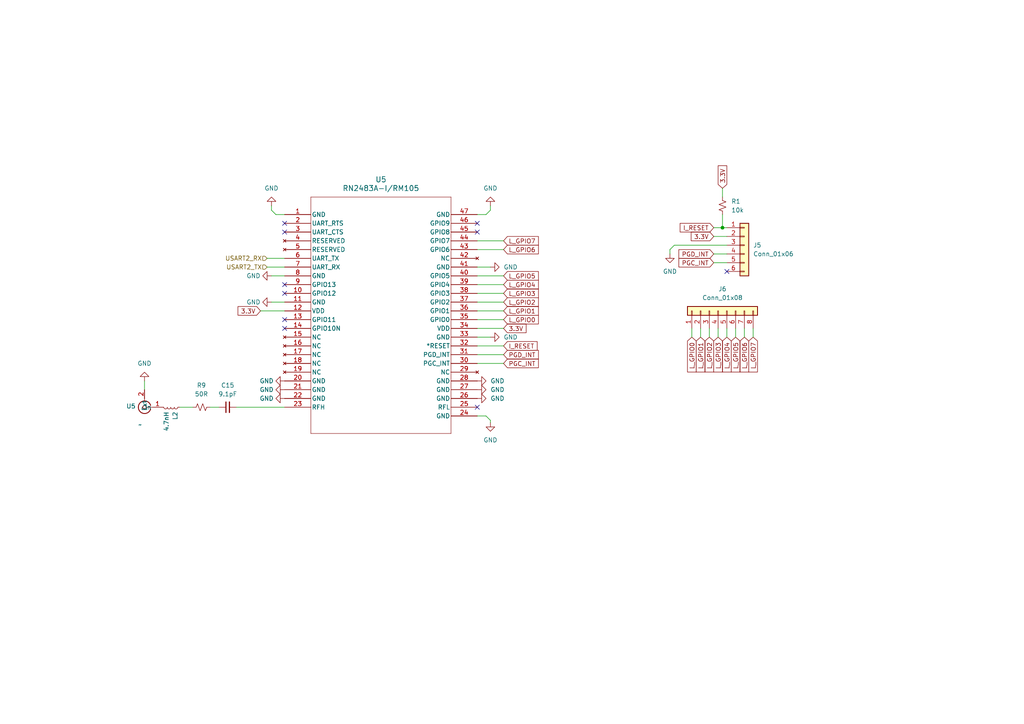
<source format=kicad_sch>
(kicad_sch (version 20230121) (generator eeschema)
  (paper "A4")
  (lib_symbols
    (symbol "Connector_Generic:Conn_01x06" (pin_names (offset 1.016) hide)
      (property "Reference" "J" (at 0 7.62 0))
      (property "Value" "Conn_01x06" (at 0 -10.16 0))
      (symbol "Conn_01x06_1_1"
        (rectangle (start -1.27 -7.493) (end 0 -7.747) (stroke (width 0.1524)))
        (rectangle (start -1.27 -4.953) (end 0 -5.207) (stroke (width 0.1524)))
        (rectangle (start -1.27 -2.413) (end 0 -2.667) (stroke (width 0.1524)))
        (rectangle (start -1.27 0.127) (end 0 -0.127) (stroke (width 0.1524)))
        (rectangle (start -1.27 2.667) (end 0 2.413) (stroke (width 0.1524)))
        (rectangle (start -1.27 5.207) (end 0 4.953) (stroke (width 0.1524)))
        (rectangle (start -1.27 6.35) (end 1.27 -8.89) (stroke (width 0.254)) (fill (type background)))
        (pin passive line (at -5.08 5.08 0) (length 3.81) (name "Pin_1") (number "1"))
        (pin passive line (at -5.08 2.54 0) (length 3.81) (name "Pin_2") (number "2"))
        (pin passive line (at -5.08 0 0) (length 3.81) (name "Pin_3") (number "3"))
        (pin passive line (at -5.08 -2.54 0) (length 3.81) (name "Pin_4") (number "4"))
        (pin passive line (at -5.08 -5.08 0) (length 3.81) (name "Pin_5") (number "5"))
        (pin passive line (at -5.08 -7.62 0) (length 3.81) (name "Pin_6") (number "6"))
      )
    )
    (symbol "Connector_Generic:Conn_01x08" (pin_names (offset 1.016) hide)
      (property "Reference" "J" (at 0 10.16 0))
      (property "Value" "Conn_01x08" (at 0 -12.7 0))
      (symbol "Conn_01x08_1_1"
        (rectangle (start -1.27 -10.033) (end 0 -10.287) (stroke (width 0.1524)))
        (rectangle (start -1.27 -7.493) (end 0 -7.747) (stroke (width 0.1524)))
        (rectangle (start -1.27 -4.953) (end 0 -5.207) (stroke (width 0.1524)))
        (rectangle (start -1.27 -2.413) (end 0 -2.667) (stroke (width 0.1524)))
        (rectangle (start -1.27 0.127) (end 0 -0.127) (stroke (width 0.1524)))
        (rectangle (start -1.27 2.667) (end 0 2.413) (stroke (width 0.1524)))
        (rectangle (start -1.27 5.207) (end 0 4.953) (stroke (width 0.1524)))
        (rectangle (start -1.27 7.747) (end 0 7.493) (stroke (width 0.1524)))
        (rectangle (start -1.27 8.89) (end 1.27 -11.43) (stroke (width 0.254)) (fill (type background)))
        (pin passive line (at -5.08 7.62 0) (length 3.81) (name "Pin_1") (number "1"))
        (pin passive line (at -5.08 5.08 0) (length 3.81) (name "Pin_2") (number "2"))
        (pin passive line (at -5.08 2.54 0) (length 3.81) (name "Pin_3") (number "3"))
        (pin passive line (at -5.08 0 0) (length 3.81) (name "Pin_4") (number "4"))
        (pin passive line (at -5.08 -2.54 0) (length 3.81) (name "Pin_5") (number "5"))
        (pin passive line (at -5.08 -5.08 0) (length 3.81) (name "Pin_6") (number "6"))
        (pin passive line (at -5.08 -7.62 0) (length 3.81) (name "Pin_7") (number "7"))
        (pin passive line (at -5.08 -10.16 0) (length 3.81) (name "Pin_8") (number "8"))
      )
    )
    (symbol "Device:C_Small" (pin_numbers hide) (pin_names (offset 0.254) hide)
      (property "Reference" "C" (at 0.254 1.778 0))
      (property "Value" "C_Small" (at 0.254 -2.032 0))
      (symbol "C_Small_0_1"
        (polyline (pts (xy -1.524 -0.508) (xy 1.524 -0.508)) (stroke (width 0.3302)))
        (polyline (pts (xy -1.524 0.508) (xy 1.524 0.508)) (stroke (width 0.3048)))
      )
      (symbol "C_Small_1_1"
        (pin passive line (at 0 2.54 270) (length 2.032) (name "~") (number "1"))
        (pin passive line (at 0 -2.54 90) (length 2.032) (name "~") (number "2"))
      )
    )
    (symbol "Device:L_Small" (pin_numbers hide) (pin_names (offset 0.254) hide)
      (property "Reference" "L" (at 0.762 1.016 0))
      (property "Value" "L_Small" (at 0.762 -1.016 0))
      (symbol "L_Small_0_1"
        (arc (start 0 -2.032) (mid 0.5058 -1.524) (end 0 -1.016))
        (arc (start 0 -1.016) (mid 0.5058 -0.508) (end 0 0))
        (arc (start 0 0) (mid 0.5058 0.508) (end 0 1.016))
        (arc (start 0 1.016) (mid 0.5058 1.524) (end 0 2.032))
      )
      (symbol "L_Small_1_1"
        (pin passive line (at 0 2.54 270) (length 0.508) (name "~") (number "1"))
        (pin passive line (at 0 -2.54 90) (length 0.508) (name "~") (number "2"))
      )
    )
    (symbol "Device:R_Small_US" (pin_numbers hide) (pin_names (offset 0.254) hide)
      (property "Reference" "R" (at 0.762 0.508 0))
      (property "Value" "R_Small_US" (at 0.762 -1.016 0))
      (symbol "R_Small_US_1_1"
        (polyline (pts (xy 0 0) (xy 1.016 -0.381) (xy 0 -0.762) (xy -1.016 -1.143) (xy 0 -1.524)))
        (polyline (pts (xy 0 1.524) (xy 1.016 1.143) (xy 0 0.762) (xy -1.016 0.381) (xy 0 0)))
        (pin passive line (at 0 2.54 270) (length 1.016) (name "~") (number "1"))
        (pin passive line (at 0 -2.54 90) (length 1.016) (name "~") (number "2"))
      )
    )
    (symbol "RN2483A-I/RM105:RN2483A-I_RM105" (pin_names (offset 0.254))
      (property "Reference" "U" (at 27.94 10.16 0))
      (property "Value" "RN2483A-I/RM105" (at 27.94 7.62 0))
      (symbol "RN2483A-I_RM105_0_1"
        (polyline (pts (xy 7.62 -63.5) (xy 48.26 -63.5)) (stroke (width 0.127)))
        (polyline (pts (xy 7.62 5.08) (xy 7.62 -63.5)) (stroke (width 0.127)))
        (polyline (pts (xy 48.26 -63.5) (xy 48.26 5.08)) (stroke (width 0.127)))
        (polyline (pts (xy 48.26 5.08) (xy 7.62 5.08)) (stroke (width 0.127)))
        (pin power_out line (at 0 0 0) (length 7.62) (name "GND") (number "1"))
        (pin bidirectional line (at 0 -22.86 0) (length 7.62) (name "GPIO12") (number "10"))
        (pin power_out line (at 0 -25.4 0) (length 7.62) (name "GND") (number "11"))
        (pin power_in line (at 0 -27.94 0) (length 7.62) (name "VDD") (number "12"))
        (pin bidirectional line (at 0 -30.48 0) (length 7.62) (name "GPIO11") (number "13"))
        (pin bidirectional line (at 0 -33.02 0) (length 7.62) (name "GPIO10N") (number "14"))
        (pin no_connect line (at 0 -35.56 0) (length 7.62) (name "NC") (number "15"))
        (pin no_connect line (at 0 -38.1 0) (length 7.62) (name "NC") (number "16"))
        (pin no_connect line (at 0 -40.64 0) (length 7.62) (name "NC") (number "17"))
        (pin no_connect line (at 0 -43.18 0) (length 7.62) (name "NC") (number "18"))
        (pin no_connect line (at 0 -45.72 0) (length 7.62) (name "NC") (number "19"))
        (pin output line (at 0 -2.54 0) (length 7.62) (name "UART_RTS") (number "2"))
        (pin power_out line (at 0 -48.26 0) (length 7.62) (name "GND") (number "20"))
        (pin power_out line (at 0 -50.8 0) (length 7.62) (name "GND") (number "21"))
        (pin power_out line (at 0 -53.34 0) (length 7.62) (name "GND") (number "22"))
        (pin unspecified line (at 0 -55.88 0) (length 7.62) (name "RFH") (number "23"))
        (pin power_out line (at 55.88 -58.42 180) (length 7.62) (name "GND") (number "24"))
        (pin unspecified line (at 55.88 -55.88 180) (length 7.62) (name "RFL") (number "25"))
        (pin power_out line (at 55.88 -53.34 180) (length 7.62) (name "GND") (number "26"))
        (pin power_out line (at 55.88 -50.8 180) (length 7.62) (name "GND") (number "27"))
        (pin power_out line (at 55.88 -48.26 180) (length 7.62) (name "GND") (number "28"))
        (pin no_connect line (at 55.88 -45.72 180) (length 7.62) (name "NC") (number "29"))
        (pin input line (at 0 -5.08 0) (length 7.62) (name "UART_CTS") (number "3"))
        (pin bidirectional line (at 55.88 -43.18 180) (length 7.62) (name "PGC_INT") (number "30"))
        (pin bidirectional line (at 55.88 -40.64 180) (length 7.62) (name "PGD_INT") (number "31"))
        (pin input line (at 55.88 -38.1 180) (length 7.62) (name "*RESET") (number "32"))
        (pin power_out line (at 55.88 -35.56 180) (length 7.62) (name "GND") (number "33"))
        (pin power_in line (at 55.88 -33.02 180) (length 7.62) (name "VDD") (number "34"))
        (pin bidirectional line (at 55.88 -30.48 180) (length 7.62) (name "GPIO0") (number "35"))
        (pin bidirectional line (at 55.88 -27.94 180) (length 7.62) (name "GPIO1") (number "36"))
        (pin bidirectional line (at 55.88 -25.4 180) (length 7.62) (name "GPIO2") (number "37"))
        (pin bidirectional line (at 55.88 -22.86 180) (length 7.62) (name "GPIO3") (number "38"))
        (pin bidirectional line (at 55.88 -20.32 180) (length 7.62) (name "GPIO4") (number "39"))
        (pin no_connect line (at 0 -7.62 0) (length 7.62) (name "RESERVED") (number "4"))
        (pin bidirectional line (at 55.88 -17.78 180) (length 7.62) (name "GPIO5") (number "40"))
        (pin power_out line (at 55.88 -15.24 180) (length 7.62) (name "GND") (number "41"))
        (pin no_connect line (at 55.88 -12.7 180) (length 7.62) (name "NC") (number "42"))
        (pin bidirectional line (at 55.88 -10.16 180) (length 7.62) (name "GPIO6") (number "43"))
        (pin bidirectional line (at 55.88 -7.62 180) (length 7.62) (name "GPIO7") (number "44"))
        (pin bidirectional line (at 55.88 -5.08 180) (length 7.62) (name "GPIO8") (number "45"))
        (pin bidirectional line (at 55.88 -2.54 180) (length 7.62) (name "GPIO9") (number "46"))
        (pin power_out line (at 55.88 0 180) (length 7.62) (name "GND") (number "47"))
        (pin no_connect line (at 0 -10.16 0) (length 7.62) (name "RESERVED") (number "5"))
        (pin output line (at 0 -12.7 0) (length 7.62) (name "UART_TX") (number "6"))
        (pin input line (at 0 -15.24 0) (length 7.62) (name "UART_RX") (number "7"))
        (pin power_out line (at 0 -17.78 0) (length 7.62) (name "GND") (number "8"))
        (pin bidirectional line (at 0 -20.32 0) (length 7.62) (name "GPIO13") (number "9"))
      )
    )
    (symbol "_F_Lib:CONSMA001-SMD_"
      (property "Reference" "U" (at 0 3.81 0))
      (symbol "CONSMA001-SMD__0_1"
        (arc (start -1.778 -0.508) (mid 0.2311 -1.8066) (end 1.778 0) (stroke (width 0.254)))
        (polyline (pts (xy -2.54 0) (xy -0.508 0)))
        (polyline (pts (xy 0 -2.54) (xy 0 -1.778)))
        (circle (center 0 0) (radius 0.508) (stroke (width 0.2032)))
        (arc (start 1.778 0) (mid 0.2099 1.8101) (end -1.778 0.508) (stroke (width 0.254)))
      )
      (symbol "CONSMA001-SMD__1_1"
        (pin passive line (at -5.08 0 0) (length 2.54) (name "In") (number "1"))
        (pin passive line (at 0 -5.08 90) (length 2.54) (name "Ext") (number "2"))
      )
    )
    (symbol "power:GND" (power) (pin_names (offset 0))
      (property "Value" "GND" (at 0 -3.81 0))
      (symbol "GND_0_1"
        (polyline (pts (xy 0 0) (xy 0 -1.27) (xy 1.27 -1.27) (xy 0 -2.54) (xy -1.27 -1.27) (xy 0 -1.27)))
      )
      (symbol "GND_1_1"
        (pin power_in line (at 0 0 270) (length 0) hide (name "GND") (number "1"))
      )
    )
  )
  (junction (at 209.55 66.04))
  (no_connect (at 82.55 64.77))
  (no_connect (at 82.55 82.55))
  (no_connect (at 82.55 67.31))
  (no_connect (at 82.55 85.09))
  (no_connect (at 138.43 64.77))
  (no_connect (at 138.43 67.31))
  (no_connect (at 138.43 118.11))
  (no_connect (at 82.55 95.25))
  (no_connect (at 82.55 92.71))
  (no_connect (at 210.82 78.74))
  (wire (pts (xy 138.43 72.39) (xy 146.05 72.39)))
  (wire (pts (xy 205.74 95.25) (xy 205.74 97.79)))
  (wire (pts (xy 213.36 95.25) (xy 213.36 97.79)))
  (wire (pts (xy 138.43 120.65) (xy 140.97 120.65)))
  (wire (pts (xy 138.43 90.17) (xy 146.05 90.17)))
  (wire (pts (xy 75.565 90.17) (xy 82.55 90.17)))
  (wire (pts (xy 218.44 95.25) (xy 218.44 97.79)))
  (wire (pts (xy 138.43 97.79) (xy 142.24 97.79)))
  (wire (pts (xy 41.91 113.03) (xy 41.91 110.49)))
  (wire (pts (xy 52.07 118.11) (xy 55.88 118.11)))
  (wire (pts (xy 215.9 95.25) (xy 215.9 97.79)))
  (wire (pts (xy 194.31 72.39) (xy 194.31 73.66)))
  (wire (pts (xy 138.43 77.47) (xy 142.24 77.47)))
  (wire (pts (xy 138.43 95.25) (xy 146.05 95.25)))
  (wire (pts (xy 138.43 87.63) (xy 146.05 87.63)))
  (wire (pts (xy 78.74 80.01) (xy 82.55 80.01)))
  (wire (pts (xy 208.28 95.25) (xy 208.28 97.79)))
  (wire (pts (xy 78.74 59.69) (xy 78.74 60.96)))
  (wire (pts (xy 138.43 69.85) (xy 146.05 69.85)))
  (wire (pts (xy 77.47 77.47) (xy 82.55 77.47)))
  (wire (pts (xy 138.43 102.87) (xy 146.05 102.87)))
  (wire (pts (xy 138.43 100.33) (xy 146.05 100.33)))
  (wire (pts (xy 200.66 95.25) (xy 200.66 97.79)))
  (wire (pts (xy 77.47 74.93) (xy 82.55 74.93)))
  (wire (pts (xy 209.55 62.23) (xy 209.55 66.04)))
  (wire (pts (xy 203.2 95.25) (xy 203.2 97.79)))
  (wire (pts (xy 138.43 105.41) (xy 146.05 105.41)))
  (wire (pts (xy 209.55 54.61) (xy 209.55 57.15)))
  (wire (pts (xy 78.74 87.63) (xy 82.55 87.63)))
  (wire (pts (xy 209.55 66.04) (xy 210.82 66.04)))
  (wire (pts (xy 210.82 95.25) (xy 210.82 97.79)))
  (wire (pts (xy 207.01 76.2) (xy 210.82 76.2)))
  (wire (pts (xy 138.43 92.71) (xy 146.05 92.71)))
  (wire (pts (xy 195.58 71.12) (xy 210.82 71.12)))
  (wire (pts (xy 138.43 62.23) (xy 140.97 62.23)))
  (wire (pts (xy 207.01 66.04) (xy 209.55 66.04)))
  (wire (pts (xy 80.01 62.23) (xy 78.74 60.96)))
  (wire (pts (xy 194.31 72.39) (xy 195.58 71.12)))
  (wire (pts (xy 142.24 59.69) (xy 142.24 60.96)))
  (wire (pts (xy 138.43 82.55) (xy 146.05 82.55)))
  (wire (pts (xy 140.97 120.65) (xy 142.24 121.92)))
  (wire (pts (xy 138.43 80.01) (xy 146.05 80.01)))
  (wire (pts (xy 138.43 85.09) (xy 146.05 85.09)))
  (wire (pts (xy 80.01 62.23) (xy 82.55 62.23)))
  (wire (pts (xy 142.24 121.92) (xy 142.24 122.555)))
  (wire (pts (xy 207.01 68.58) (xy 210.82 68.58)))
  (wire (pts (xy 140.97 62.23) (xy 142.24 60.96)))
  (wire (pts (xy 60.96 118.11) (xy 63.5 118.11)))
  (wire (pts (xy 207.01 73.66) (xy 210.82 73.66)))
  (wire (pts (xy 68.58 118.11) (xy 82.55 118.11)))
  (global_label "L_GPIO7" (shape input) (at 218.44 97.79 270) (property "Intersheetrefs" "${INTERSHEET_REFS}" (effects hide)))
  (global_label "PGD_INT" (shape input) (at 207.01 73.66 180) (property "Intersheetrefs" "${INTERSHEET_REFS}" (effects hide)))
  (global_label "L_GPIO4" (shape input) (at 210.82 97.79 270) (property "Intersheetrefs" "${INTERSHEET_REFS}" (effects hide)))
  (global_label "L_GPIO3" (shape input) (at 146.05 85.09 0) (property "Intersheetrefs" "${INTERSHEET_REFS}" (effects hide)))
  (global_label "L_GPIO5" (shape input) (at 146.05 80.01 0) (property "Intersheetrefs" "${INTERSHEET_REFS}" (effects hide)))
  (global_label "L_GPIO1" (shape input) (at 203.2 97.79 270) (property "Intersheetrefs" "${INTERSHEET_REFS}" (effects hide)))
  (global_label "L_GPIO0" (shape input) (at 146.05 92.71 0) (property "Intersheetrefs" "${INTERSHEET_REFS}" (effects hide)))
  (global_label "L_GPIO0" (shape input) (at 200.66 97.79 270) (property "Intersheetrefs" "${INTERSHEET_REFS}" (effects hide)))
  (global_label "PGC_INT" (shape input) (at 207.01 76.2 180) (property "Intersheetrefs" "${INTERSHEET_REFS}" (effects hide)))
  (global_label "L_GPIO3" (shape input) (at 208.28 97.79 270) (property "Intersheetrefs" "${INTERSHEET_REFS}" (effects hide)))
  (global_label "L_GPIO6" (shape input) (at 146.05 72.39 0) (property "Intersheetrefs" "${INTERSHEET_REFS}" (effects hide)))
  (global_label "L_GPIO7" (shape input) (at 146.05 69.85 0) (property "Intersheetrefs" "${INTERSHEET_REFS}" (effects hide)))
  (global_label "I_RESET" (shape input) (at 207.01 66.04 180) (property "Intersheetrefs" "${INTERSHEET_REFS}" (effects hide)))
  (global_label "3.3V" (shape input) (at 207.01 68.58 180) (property "Intersheetrefs" "${INTERSHEET_REFS}" (effects hide)))
  (global_label "L_GPIO5" (shape input) (at 213.36 97.79 270) (property "Intersheetrefs" "${INTERSHEET_REFS}" (effects hide)))
  (global_label "3.3V" (shape input) (at 146.05 95.25 0) (property "Intersheetrefs" "${INTERSHEET_REFS}" (effects hide)))
  (global_label "PGD_INT" (shape input) (at 146.05 102.87 0) (property "Intersheetrefs" "${INTERSHEET_REFS}" (effects hide)))
  (global_label "3.3V" (shape input) (at 75.565 90.17 180) (property "Intersheetrefs" "${INTERSHEET_REFS}" (effects hide)))
  (global_label "L_GPIO2" (shape input) (at 146.05 87.63 0) (property "Intersheetrefs" "${INTERSHEET_REFS}" (effects hide)))
  (global_label "I_RESET" (shape input) (at 146.05 100.33 0) (property "Intersheetrefs" "${INTERSHEET_REFS}" (effects hide)))
  (global_label "L_GPIO1" (shape input) (at 146.05 90.17 0) (property "Intersheetrefs" "${INTERSHEET_REFS}" (effects hide)))
  (global_label "3.3V" (shape input) (at 209.55 54.61 90) (property "Intersheetrefs" "${INTERSHEET_REFS}" (effects hide)))
  (global_label "L_GPIO6" (shape input) (at 215.9 97.79 270) (property "Intersheetrefs" "${INTERSHEET_REFS}" (effects hide)))
  (global_label "L_GPIO4" (shape input) (at 146.05 82.55 0) (property "Intersheetrefs" "${INTERSHEET_REFS}" (effects hide)))
  (global_label "PGC_INT" (shape input) (at 146.05 105.41 0) (property "Intersheetrefs" "${INTERSHEET_REFS}" (effects hide)))
  (global_label "L_GPIO2" (shape input) (at 205.74 97.79 270) (property "Intersheetrefs" "${INTERSHEET_REFS}" (effects hide)))
  (hierarchical_label "USART2_RX" (shape input) (at 77.47 74.93 180))
  (hierarchical_label "USART2_TX" (shape input) (at 77.47 77.47 180))
  (symbol (lib_id "power:GND") (at 82.55 115.57 270) (unit 1)
    (property "Reference" "#PWR038" (effects hide))
    (property "Value" "GND" (at 79.375 115.57 90) (effects (justify right)))
    (instances (project "LoRa_MuPr-VAF4751" (path "" (reference "#PWR038") (unit 1))) (project "LoRa_MuPr-VAF4751_L" (path "" (reference "#PWR014") (unit 1))))
  )
  (symbol (lib_id "power:GND") (at 78.74 59.69 180) (unit 1)
    (property "Reference" "#PWR031" (effects hide))
    (property "Value" "GND" (at 78.74 54.61 0))
    (instances (project "LoRa_MuPr-VAF4751" (path "" (reference "#PWR031") (unit 1))) (project "LoRa_MuPr-VAF4751_L" (path "" (reference "#PWR03") (unit 1))))
  )
  (symbol (lib_id "power:GND") (at 138.43 113.03 90) (unit 1)
    (property "Reference" "#PWR035" (effects hide))
    (property "Value" "GND" (at 142.24 113.03 90) (effects (justify right)))
    (instances (project "LoRa_MuPr-VAF4751" (path "" (reference "#PWR035") (unit 1))) (project "LoRa_MuPr-VAF4751_L" (path "" (reference "#PWR013") (unit 1))))
  )
  (symbol (lib_id "Connector_Generic:Conn_01x08") (at 208.28 90.17 90) (unit 1)
    (property "Reference" "J6" (at 209.55 83.82 90))
    (property "Value" "Conn_01x08" (at 209.55 86.36 90))
    (property "Footprint" "Connector_PinHeader_1.27mm:PinHeader_1x08_P1.27mm_Vertical" (effects hide))
    (instances (project "LoRa_MuPr-VAF4751" (path "" (reference "J6") (unit 1))) (project "LoRa_MuPr-VAF4751_L" (path "" (reference "J1") (unit 1))))
  )
  (symbol (lib_id "power:GND") (at 41.91 110.49 180) (unit 1)
    (property "Reference" "#PWR033" (effects hide))
    (property "Value" "GND" (at 41.91 105.41 0))
    (instances (project "LoRa_MuPr-VAF4751" (path "" (reference "#PWR033") (unit 1))) (project "LoRa_MuPr-VAF4751_L" (path "" (reference "#PWR017") (unit 1))))
  )
  (symbol (lib_id "power:GND") (at 82.55 113.03 270) (unit 1)
    (property "Reference" "#PWR037" (effects hide))
    (property "Value" "GND" (at 79.375 113.03 90) (effects (justify right)))
    (instances (project "LoRa_MuPr-VAF4751" (path "" (reference "#PWR037") (unit 1))) (project "LoRa_MuPr-VAF4751_L" (path "" (reference "#PWR012") (unit 1))))
  )
  (symbol (lib_id "Device:R_Small_US") (at 58.42 118.11 270) (unit 1)
    (property "Reference" "R9" (at 58.42 111.76 90))
    (property "Value" "50R" (at 58.42 114.3 90))
    (property "Footprint" "Resistor_SMD:R_0603_1608Metric_Pad0.98x0.95mm_HandSolder" (effects hide))
  )
  (symbol (lib_id "Device:L_Small") (at 49.53 118.11 270) (unit 1)
    (property "Reference" "L2" (at 50.8 119.38 0) (effects (justify left)))
    (property "Value" "4.7nH" (at 48.26 119.38 0) (effects (justify left)))
    (property "Footprint" "Inductor_SMD:L_0603_1608Metric_Pad1.05x0.95mm_HandSolder" (effects hide))
  )
  (symbol (lib_id "Device:C_Small") (at 66.04 118.11 90) (unit 1)
    (property "Reference" "C15" (at 66.0463 111.76 90))
    (property "Value" "9.1pF" (at 66.0463 114.3 90))
    (property "Footprint" "Capacitor_SMD:C_0603_1608Metric_Pad1.08x0.95mm_HandSolder" (effects hide))
  )
  (symbol (lib_id "power:GND") (at 142.24 122.555 0) (unit 1)
    (property "Reference" "#PWR027" (effects hide))
    (property "Value" "GND" (at 142.24 127.635 0))
    (instances (project "LoRa_MuPr-VAF4751" (path "" (reference "#PWR027") (unit 1))) (project "LoRa_MuPr-VAF4751_L" (path "" (reference "#PWR016") (unit 1))))
  )
  (symbol (lib_id "_F_Lib:CONSMA001-SMD_") (at 41.91 118.11 180) (unit 1)
    (property "Reference" "U5" (at 39.37 117.8168 0) (effects (justify left)))
    (property "Value" "~" (at 40.64 123.19 0))
    (property "Footprint" "_F_Library:LINX_CONSMA001-SMD" (effects hide))
  )
  (symbol (lib_id "power:GND") (at 82.55 110.49 270) (unit 1)
    (property "Reference" "#PWR028" (effects hide))
    (property "Value" "GND" (at 79.375 110.49 90) (effects (justify right)))
    (instances (project "LoRa_MuPr-VAF4751" (path "" (reference "#PWR028") (unit 1))) (project "LoRa_MuPr-VAF4751_L" (path "" (reference "#PWR010") (unit 1))))
  )
  (symbol (lib_id "power:GND") (at 138.43 115.57 90) (unit 1)
    (property "Reference" "#PWR036" (effects hide))
    (property "Value" "GND" (at 142.24 115.57 90) (effects (justify right)))
    (instances (project "LoRa_MuPr-VAF4751" (path "" (reference "#PWR036") (unit 1))) (project "LoRa_MuPr-VAF4751_L" (path "" (reference "#PWR015") (unit 1))))
  )
  (symbol (lib_id "power:GND") (at 78.74 80.01 270) (unit 1)
    (property "Reference" "#PWR030" (effects hide))
    (property "Value" "GND" (at 75.565 80.01 90) (effects (justify right)))
    (instances (project "LoRa_MuPr-VAF4751" (path "" (reference "#PWR030") (unit 1))) (project "LoRa_MuPr-VAF4751_L" (path "" (reference "#PWR07") (unit 1))))
  )
  (symbol (lib_id "RN2483A-I/RM105:RN2483A-I_RM105") (at 82.55 62.23 0) (unit 1)
    (property "Reference" "U5" (at 110.49 52.07 0) (effects (font (size 1.524 1.524))))
    (property "Value" "RN2483A-I/RM105" (at 110.49 54.61 0) (effects (font (size 1.524 1.524))))
    (property "Footprint" "user_footprint:MICROCHIP_RN2483" (effects hide))
    (property "Datasheet" "RN2483A-I/RM105" (effects hide))
    (instances (project "LoRa_MuPr-VAF4751" (path "" (reference "U5") (unit 1))) (project "LoRa_MuPr-VAF4751_L" (path "" (reference "U3") (unit 1))))
  )
  (symbol (lib_id "power:GND") (at 78.74 87.63 270) (unit 1)
    (property "Reference" "#PWR029" (effects hide))
    (property "Value" "GND" (at 75.565 87.63 90) (effects (justify right)))
    (instances (project "LoRa_MuPr-VAF4751" (path "" (reference "#PWR029") (unit 1))) (project "LoRa_MuPr-VAF4751_L" (path "" (reference "#PWR08") (unit 1))))
  )
  (symbol (lib_id "Device:R_Small_US") (at 209.55 59.69 0) (unit 1)
    (property "Reference" "R1" (at 212.09 58.42 0) (effects (justify left)))
    (property "Value" "10k" (at 212.09 60.96 0) (effects (justify left)))
    (property "Footprint" "Resistor_SMD:R_0603_1608Metric_Pad0.98x0.95mm_HandSolder" (effects hide))
    (instances (project "LoRa_MuPr-VAF4751" (path "" (reference "R1") (unit 1)) (path "" (reference "R21") (unit 1))) (project "LoRa_MuPr-VAF4751_L" (path "" (reference "R2") (unit 1))))
  )
  (symbol (lib_id "Connector_Generic:Conn_01x06") (at 215.9 71.12 0) (unit 1)
    (property "Reference" "J5" (at 218.44 71.12 0) (effects (justify left)))
    (property "Value" "Conn_01x06" (at 218.44 73.66 0) (effects (justify left)))
    (property "Footprint" "Connector_PinHeader_2.00mm:PinHeader_1x06_P2.00mm_Vertical" (effects hide))
    (instances (project "LoRa_MuPr-VAF4751" (path "" (reference "J5") (unit 1))) (project "LoRa_MuPr-VAF4751_L" (path "" (reference "J2") (unit 1))))
  )
  (symbol (lib_id "power:GND") (at 142.24 77.47 90) (unit 1)
    (property "Reference" "#PWR025" (effects hide))
    (property "Value" "GND" (at 146.05 77.47 90) (effects (justify right)))
    (instances (project "LoRa_MuPr-VAF4751" (path "" (reference "#PWR025") (unit 1))) (project "LoRa_MuPr-VAF4751_L" (path "" (reference "#PWR06") (unit 1))))
  )
  (symbol (lib_id "power:GND") (at 194.31 73.66 0) (unit 1)
    (property "Reference" "#PWR032" (effects hide))
    (property "Value" "GND" (at 194.31 78.74 0))
    (instances (project "LoRa_MuPr-VAF4751" (path "" (reference "#PWR032") (unit 1))) (project "LoRa_MuPr-VAF4751_L" (path "" (reference "#PWR05") (unit 1))))
  )
  (symbol (lib_id "power:GND") (at 138.43 110.49 90) (unit 1)
    (property "Reference" "#PWR023" (effects hide))
    (property "Value" "GND" (at 142.24 110.49 90) (effects (justify right)))
    (instances (project "LoRa_MuPr-VAF4751" (path "" (reference "#PWR023") (unit 1))) (project "LoRa_MuPr-VAF4751_L" (path "" (reference "#PWR011") (unit 1))))
  )
  (symbol (lib_id "power:GND") (at 142.24 59.69 180) (unit 1)
    (property "Reference" "#PWR026" (effects hide))
    (property "Value" "GND" (at 142.24 54.61 0))
    (instances (project "LoRa_MuPr-VAF4751" (path "" (reference "#PWR026") (unit 1))) (project "LoRa_MuPr-VAF4751_L" (path "" (reference "#PWR04") (unit 1))))
  )
  (symbol (lib_id "power:GND") (at 142.24 97.79 90) (unit 1)
    (property "Reference" "#PWR024" (effects hide))
    (property "Value" "GND" (at 146.05 97.79 90) (effects (justify right)))
    (instances (project "LoRa_MuPr-VAF4751" (path "" (reference "#PWR024") (unit 1))) (project "LoRa_MuPr-VAF4751_L" (path "" (reference "#PWR09") (unit 1))))
  )
)
</source>
